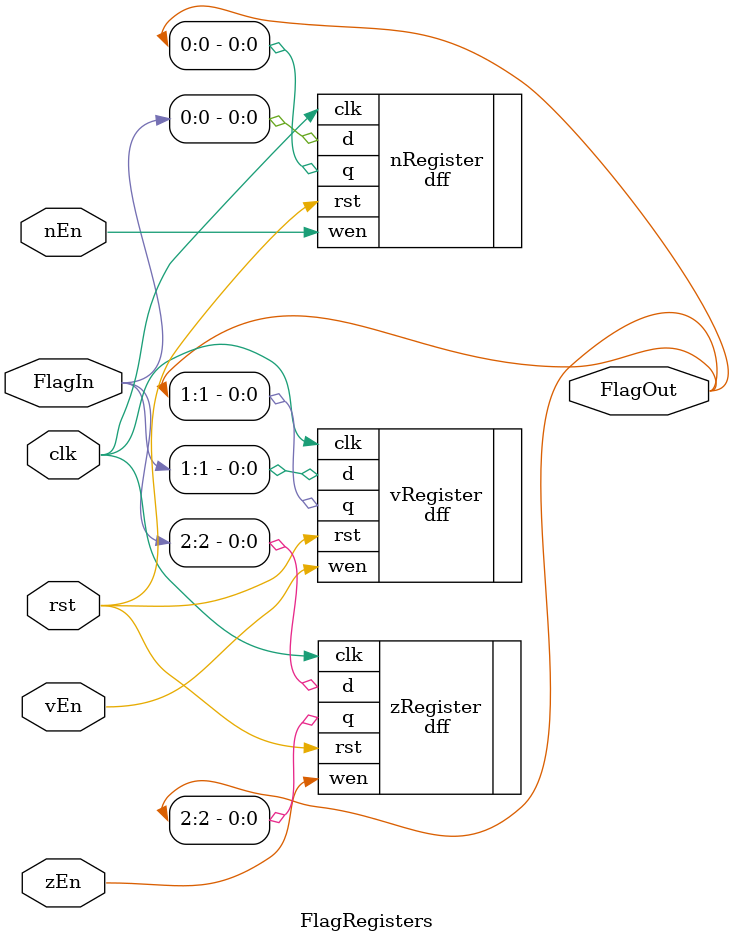
<source format=v>
module FlagRegisters(clk, rst, FlagIn, zEn, nEn, vEn, FlagOut);
	input clk, rst, zEn, nEn, vEn;
	input[2:0] FlagIn;
	output[2:0] FlagOut;
	//Flag Order is ZVN

	dff zRegister(.clk(clk), .rst(rst), .d(FlagIn[2]), .wen(zEn), .q(FlagOut[2]));
	dff vRegister(.clk(clk), .rst(rst), .d(FlagIn[1]), .wen(vEn), .q(FlagOut[1]));
	dff nRegister(.clk(clk), .rst(rst), .d(FlagIn[0]), .wen(nEn), .q(FlagOut[0]));
	
endmodule

</source>
